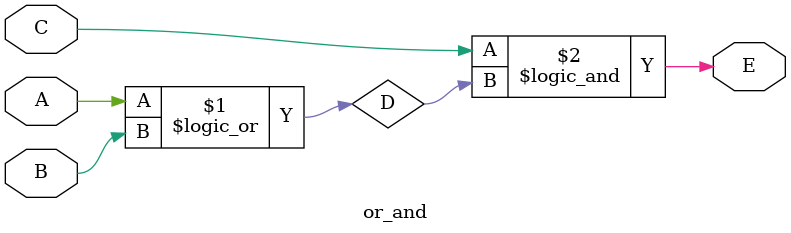
<source format=v>
module or_and
(
	input A, B, C,
	output E
);

	wire D;

	assign D = A || B; // || = OR
	assign E = C && D; // && = AND
	
	// = One Line
	/*
		= Multi Line
	*/
endmodule

</source>
